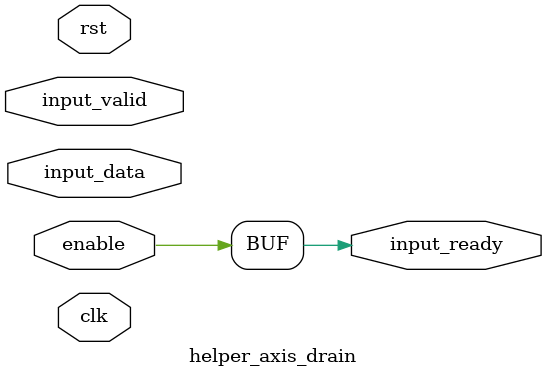
<source format=sv>
`timescale 1ns / 1ps


module helper_axis_drain(
	clk, rst, enable,
	input_valid, input_data, input_ready
);
	parameter DATA_WIDTH=10;
	
	input					clk, rst;
	input 					enable;
	input 					input_valid;
	input [DATA_WIDTH-1:0]	input_data;
	output					input_ready;
	
	integer data_consumed;

	assign input_ready = enable;

	initial begin
		data_consumed = 0;
	end
	
	always @(posedge clk) begin
		if (input_ready == 1 && input_valid == 1) begin
			data_consumed = data_consumed + 1;
		end
	end

endmodule
</source>
